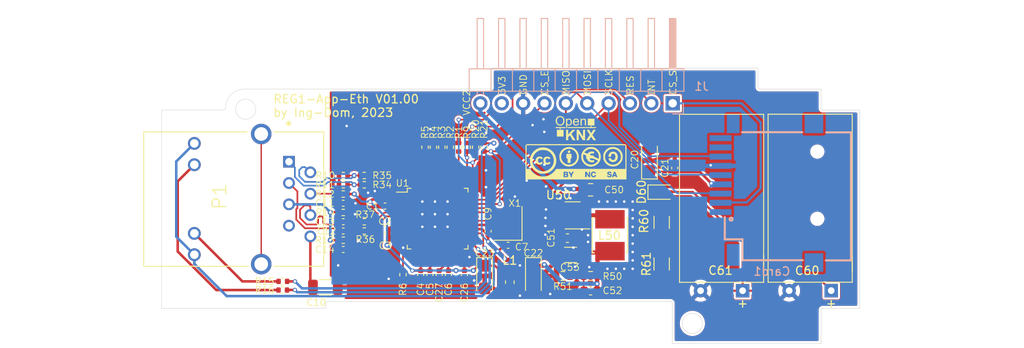
<source format=kicad_pcb>
(kicad_pcb (version 20240108) (generator "pcbnew") (generator_version "8.0")
  (title_block (date "2023-11-07") (rev "V01.00"))
  (layers (0 "F.Cu" signal) (31 "B.Cu" signal) (34 "B.Paste" user) (35 "F.Paste" user) (36 "B.SilkS" user "B.Silkscreen") (37 "F.SilkS" user "F.Silkscreen") (38 "B.Mask" user) (39 "F.Mask" user) (44 "Edge.Cuts" user))
  (net 0 "")
  (net 1 "Net-(U1-1V2O)")
  (net 2 "Net-(U1-TOCAP)")
  (net 3 "Net-(U50-SW)")
  (net 4 "Net-(U50-BOOT)")
  (net 5 "Net-(U50-FB)")
  (net 6 "Net-(D60-A)")
  (net 10 "GNDS")
  (net 11 "+3V3")
  (net 12 "+3.3VA")
  (net 13 "GND")
  (net 14 "ACTLED")
  (net 15 "LINKLED")
  (net 16 "Net-(R1-Pad1)")
  (net 17 "Net-(R2-Pad1)")
  (net 18 "Net-(R3-Pad1)")
  (net 19 "Net-(R4-Pad1)")
  (net 21 "RXP")
  (net 22 "RXN")
  (net 23 "TXP")
  (net 24 "TXN")
  (net 25 "Net-(C11-Pad1)")
  (net 26 "Net-(C14-Pad1)")
  (net 27 "Net-(U1-EXRES1)")
  (net 29 "Net-(P1-Pad11)")
  (net 30 "Net-(P1-Pad10)")
  (net 31 "Net-(R5-Pad1)")
  (net 32 "SCSn")
  (net 33 "MISO")
  (net 34 "MOSI")
  (net 35 "SCLK")
  (net 36 "INT")
  (net 37 "XI")
  (net 38 "XO")
  (net 39 "RES")
  (net 40 "SCS_SD")
  (net 41 "/RD1+")
  (net 42 "/RD+")
  (net 43 "/RD1-")
  (net 44 "/RD-")
  (net 45 "/TD-")
  (net 46 "/TD+")
  (net 47 "Net-(C10-Pad1)")
  (net 48 "VCC2")
  (net 51 "unconnected-(U1-PMODE1-Pad44)")
  (net 58 "Net-(R60-Pad2)")
  (footprint "DomsKiCADLib:HANRUN_HR911105A" (layer "F.Cu") (at 80.8 105.7 90)
    (property "Reference" "P1")
    (property "Value" "HR911105A")
  )
  (footprint "Package_QFP:LQFP-48_7x7mm_P0.5mm" (layer "F.Cu") (at 102.82 108.03)
    (property "Reference" "U1")
    (property "Value" "W5500")
  )
  (footprint "Resistor_SMD:R_0402_1005Metric" (layer "F.Cu") (at 105.32 99.53 90)
    (property "Reference" "R1")
    (property "Value" "10k")
  )
  (footprint "Resistor_SMD:R_0402_1005Metric" (layer "F.Cu") (at 106.33 99.53 90)
    (property "Reference" "R9")
    (property "Value" "10k")
  )
  (footprint "Resistor_SMD:R_0402_1005Metric" (layer "F.Cu") (at 104.32 99.53 90)
    (property "Reference" "R2")
    (property "Value" "10k")
  )
  (footprint "Resistor_SMD:R_0402_1005Metric" (layer "F.Cu") (at 101.32 99.53 90)
    (property "Reference" "R5")
    (property "Value" "10k")
  )
  (footprint "Capacitor_SMD:C_0402_1005Metric" (layer "F.Cu") (at 91.6 111.7)
    (property "Reference" "C14")
    (property "Value" "10nF")
  )
  (footprint "Capacitor_SMD:C_0402_1005Metric" (layer "F.Cu") (at 91.6 108.4)
    (property "Reference" "C13")
    (property "Value" "6.8nF")
  )
  (footprint "Capacitor_SMD:C_0402_1005Metric" (layer "F.Cu") (at 91.6 109.5)
    (property "Reference" "C12")
    (property "Value" "6.8nF")
  )
  (footprint "Resistor_SMD:R_0402_1005Metric" (layer "F.Cu") (at 91.6 110.6 180)
    (property "Reference" "R13")
    (property "Value" "49.9 1%")
  )
  (footprint "Resistor_SMD:R_0402_1005Metric" (layer "F.Cu") (at 94.1 104)
    (property "Reference" "R34")
    (property "Value" "33")
  )
  (footprint "Resistor_SMD:R_0402_1005Metric" (layer "F.Cu") (at 91.6 105.1 180)
    (property "Reference" "R12")
    (property "Value" "10 1%")
  )
  (footprint "Inductor_SMD:L_0603_1608Metric" (layer "F.Cu") (at 111.4 115.6 -90)
    (property "Reference" "L1")
    (property "Value" "BLM18EG121SN1D")
  )
  (footprint "Resistor_SMD:R_0402_1005Metric" (layer "F.Cu") (at 84.41 116.53)
    (property "Reference" "R16")
    (property "Value" "330")
  )
  (footprint "Resistor_SMD:R_0402_1005Metric" (layer "F.Cu") (at 84.42 115.5)
    (property "Reference" "R15")
    (property "Value" "330")
  )
  (footprint "Resistor_SMD:R_0402_1005Metric" (layer "F.Cu") (at 91.6 104)
    (property "Reference" "R11")
    (property "Value" "49.9 1%")
  )
  (footprint "Capacitor_SMD:C_0402_1005Metric" (layer "F.Cu") (at 96.57 106.53 180)
    (property "Reference" "C1")
    (property "Value" "100nF")
  )
  (footprint "Capacitor_SMD:C_0402_1005Metric" (layer "F.Cu") (at 96.57 109.28 180)
    (property "Reference" "C2")
    (property "Value" "100nF")
  )
  (footprint "Capacitor_SMD:C_0402_1005Metric" (layer "F.Cu") (at 96.57 110.28 180)
    (property "Reference" "C3")
    (property "Value" "100nF")
  )
  (footprint "Capacitor_SMD:C_0402_1005Metric" (layer "F.Cu") (at 100.8 114.7 -90)
    (property "Reference" "C4")
    (property "Value" "100nF")
  )
  (footprint "Capacitor_SMD:C_0402_1005Metric" (layer "F.Cu") (at 101.9 114.7 -90)
    (property "Reference" "C5")
    (property "Value" "100nF")
  )
  (footprint "Capacitor_SMD:C_0402_1005Metric" (layer "F.Cu") (at 104.1 114.7 -90)
    (property "Reference" "C6")
    (property "Value" "100nF")
  )
  (footprint "Capacitor_Tantalum_SMD:CP_EIA-3216-18_Kemet-A" (layer "F.Cu") (at 108.4 114.98 -90)
    (property "Reference" "C23")
    (property "Value" "10uF")
  )
  (footprint "Capacitor_SMD:C_0402_1005Metric" (layer "F.Cu") (at 103 114.7 -90)
    (property "Reference" "C27")
    (property "Value" "10nF")
  )
  (footprint "Resistor_SMD:R_0402_1005Metric" (layer "F.Cu") (at 107.34 99.53 -90)
    (property "Reference" "R20")
    (property "Value" "10k")
  )
  (footprint "Resistor_SMD:R_0402_1005Metric" (layer "F.Cu") (at 108.35 99.53 -90)
    (property "Reference" "R21")
    (property "Value" "10k")
  )
  (footprint "Capacitor_Tantalum_SMD:CP_EIA-3216-18_Kemet-A" (layer "F.Cu") (at 114.2 114.98 -90)
    (property "Reference" "C22")
    (property "Value" "10uF")
  )
  (footprint "Resistor_SMD:R_0402_1005Metric" (layer "F.Cu") (at 102.32 99.53 90)
    (property "Reference" "R4")
    (property "Value" "10k")
  )
  (footprint "Resistor_SMD:R_0402_1005Metric" (layer "F.Cu") (at 103.32 99.53 90)
    (property "Reference" "R3")
    (property "Value" "10k")
  )
  (footprint "Capacitor_SMD:C_0402_1005Metric" (layer "F.Cu") (at 108.82 109.53 90)
    (property "Reference" "C9")
    (property "Value" "100nF")
  )
  (footprint "Resistor_SMD:R_0402_1005Metric" (layer "F.Cu") (at 91.6 107.3 180)
    (property "Reference" "R14")
    (property "Value" "49.9 1%")
  )
  (footprint "Resistor_SMD:R_0402_1005Metric" (layer "F.Cu") (at 94.1 108.4)
    (property "Reference" "R37")
    (property "Value" "33")
  )
  (footprint "Resistor_SMD:R_0402_1005Metric" (layer "F.Cu") (at 94.1 109.5)
    (property "Reference" "R36")
    (property "Value" "33")
  )
  (footprint "Resistor_SMD:R_0402_1005Metric" (layer "F.Cu") (at 91.6 102.9)
    (property "Reference" "R10")
    (property "Value" "49.9 1%")
  )
  (footprint "Capacitor_SMD:C_0402_1005Metric" (layer "F.Cu") (at 91.6 106.2)
    (property "Reference" "C11")
    (property "Value" "22nF")
  )
  (footprint "Resistor_SMD:R_0402_1005Metric" (layer "F.Cu") (at 94.1 102.9)
    (property "Reference" "R35")
    (property "Value" "33")
  )
  (footprint "Resistor_SMD:R_0402_1005Metric" (layer "F.Cu") (at 98.7 114.7 -90)
    (property "Reference" "R6")
    (property "Value" "12.4k 1%")
  )
  (footprint "Capacitor_SMD:C_1206_3216Metric" (layer "F.Cu") (at 89.475 116.2)
    (property "Reference" "C10")
    (property "Value" "1nF / 2kV")
  )
  (footprint "Capacitor_SMD:C_0805_2012Metric" (layer "F.Cu") (at 121 104.6)
    (property "Reference" "C50")
    (property "Value" "1uF")
  )
  (footprint "Capacitor_SMD:C_1206_3216Metric" (layer "F.Cu") (at 118.62 112.35 180)
    (property "Reference" "C53")
    (property "Value" "47uF")
  )
  (footprint "EasyEDAModLib:C96886_IND-SMD_L4.0-W4.0_Handsolder" (layer "F.Cu") (at 123.3 110 90)
    (property "Reference" "L50")
    (property "Value" "12uH")
  )
  (footprint "Package_TO_SOT_SMD:SOT-23-6_Handsoldering" (layer "F.Cu") (at 118.87 107.64 180)
    (property "Reference" "U50")
    (property "Value" "TPS54202DDC")
  )
  (footprint "Capacitor_SMD:C_0402_1005Metric" (layer "F.Cu") (at 106 114.7 90)
    (property "Reference" "C26")
    (property "Value" "10nF")
  )
  (footprint "Capacitor_SMD:C_0603_1608Metric" (layer "F.Cu") (at 118.25 110.35)
    (property "Reference" "C51")
    (property "Value" "100nF")
  )
  (footprint "Capacitor_SMD:C_0603_1608Metric" (layer "F.Cu") (at 121 116.6 180)
    (property "Reference" "C52")
    (property "Value" "47pF")
  )
  (footprint "Resistor_SMD:R_0603_1608Metric" (layer "F.Cu") (at 121 114.85 180)
    (property "Reference" "R50")
    (property "Value" "100k")
  )
  (footprint "Resistor_SMD:R_0603_1608Metric" (layer "F.Cu") (at 117.71 114.85 180)
    (property "Reference" "R51")
    (property "Value" "22k1")
  )
  (footprint "DomsKiCADLib:CP_Radial_D10.0mm_H20.0mm_P5.00mm_Horizontal" (layer "F.Cu") (at 149.6 116.6 180)
    (property "Reference" "C60")
    (property "Value" "CP")
  )
  (footprint "DomsKiCADLib:CP_Radial_D10.0mm_H20.0mm_P5.00mm_Horizontal" (layer "F.Cu") (at 139.07 116.61 180)
    (property "Reference" "C61")
    (property "Value" "CP")
  )
  (footprint "Diode_SMD:D_SOD-323" (layer "F.Cu") (at 129.425 104.875)
    (property "Reference" "D60")
    (property "Value" "D_Schottky")
  )
  (footprint "Resistor_SMD:R_1206_3216Metric" (layer "F.Cu") (at 129.45 108.475 -90)
    (property "Reference" "R60")
    (property "Value" "300R")
  )
  (footprint "Resistor_SMD:R_1206_3216Metric" (layer "F.Cu") (at 129.45 113.425 90)
    (property "Reference" "R61")
    (property "Value" "300R")
  )
  (footprint "Capacitor_Tantalum_SMD:CP_EIA-3216-18_Kemet-A" (layer "F.Cu") (at 128 101 90)
    (property "Reference" "C20")
    (property "Value" "10uF")
  )
  (footprint "Capacitor_SMD:C_0402_1005Metric" (layer "F.Cu") (at 131 102 90)
    (property "Reference" "C21")
    (property "Value" "100nF")
  )
  (footprint "OpenKNX:OpenKNX_Logo_6x6" (layer "F.Cu") (at 119.25 97.25)
    (property "Reference" "G2")
    (property "Value" "LOGO" (hide yes))
  )
  (footprint "OpenKNX:CC-BY-NY-SA_12x4" (layer "F.Cu") (at 119.25 101.25)
    (property "Reference" "G1")
    (property "Value" "LOGO" (hide yes))
  )
  (footprint "Crystal:Crystal_SMD_3225-4Pin_3.2x2.5mm" (layer "F.Cu") (at 111.2 108.6 90)
    (property "Reference" "X1")
    (property "Value" "25MHz")
  )
  (footprint "Capacitor_SMD:C_0402_1005Metric" (layer "F.Cu") (at 111.2 111.2)
    (property "Reference" "C7")
    (property "Value" "100nF")
  )
  (footprint "Connector_PinHeader_2.54mm:PinHeader_1x10_P2.54mm_Horizontal" (layer "B.Cu") (at 130.76 94.3 90)
    (property "Reference" "J1")
    (property "Value" "REG1_App_Connector")
  )
  (footprint "EasyEDAModLib:C393941_TF-SMD_TF-PUSH_Handsolder" (layer "B.Cu") (at 142.25 105 -90)
    (property "Reference" "Card1")
    (property "Value" "C393941_TF PUSH")
  )
  (gr_line (start 89.5 118.7) (end 70 118.7) (stroke (width 0.05)) (layer "Edge.Cuts"))
  (gr_circle (center 80 95) (end 81.2 95) (stroke (width 0.05)) (fill none) (layer "Edge.Cuts"))
  (gr_arc (start 77.6 94.9) (mid 78.273654 93.273654) (end 79.9 92.6) (stroke (width 0.05)) (layer "Edge.Cuts"))
  (gr_arc (start 89.5 118.1) (mid 89.558579 117.958579) (end 89.7 117.9) (stroke (width 0.05)) (layer "Edge.Cuts"))
  (gr_line (start 148.4 118.9) (end 148.4 122.9) (stroke (width 0.05)) (layer "Edge.Cuts"))
  (gr_arc (start 141.1 92.6) (mid 140.958579 92.541421) (end 140.9 92.4) (stroke (width 0.05)) (layer "Edge.Cuts"))
  (gr_circle (center 133.1 120.5) (end 133.1 121.7) (stroke (width 0.05)) (fill none) (layer "Edge.Cuts"))
  (gr_line (start 109.2 90.1) (end 140.9 90.1) (stroke (width 0.05)) (layer "Edge.Cuts"))
  (gr_arc (start 130.5 117.9) (mid 130.641421 117.958579) (end 130.7 118.1) (stroke (width 0.05)) (layer "Edge.Cuts"))
  (gr_line (start 141.1 92.6) (end 148.4 92.6) (stroke (width 0.05)) (layer "Edge.Cuts"))
  (gr_line (start 70 95.1) (end 77.4 95.091005) (stroke (width 0.05)) (layer "Edge.Cuts"))
  (gr_arc (start 148.6 95.1) (mid 148.458579 95.041421) (end 148.4 94.9) (stroke (width 0.05)) (layer "Edge.Cuts"))
  (gr_line (start 109 92.6) (end 79.9 92.6) (stroke (width 0.05)) (layer "Edge.Cuts"))
  (gr_line (start 148.4 94.9) (end 148.4 92.6) (stroke (width 0.05)) (layer "Edge.Cuts"))
  (gr_line (start 130.7 122.9) (end 130.7 118.1) (stroke (width 0.05)) (layer "Edge.Cuts"))
  (gr_line (start 89.5 118.7) (end 89.5 118.1) (stroke (width 0.05)) (layer "Edge.Cuts"))
  (gr_line (start 109.2 90.1) (end 109.2 92.4) (stroke (width 0.05)) (layer "Edge.Cuts"))
  (gr_line (start 153 95.1) (end 148.6 95.1) (stroke (width 0.05)) (layer "Edge.Cuts"))
  (gr_line (start 130.5 117.9) (end 89.7 117.9) (stroke (width 0.05)) (layer "Edge.Cuts"))
  (gr_line (start 70 95.1) (end 70 118.7) (stroke (width 0.05)) (layer "Edge.Cuts"))
  (gr_arc (start 148.4 118.9) (mid 148.458579 118.758579) (end 148.6 118.7) (stroke (width 0.05)) (layer "Edge.Cuts"))
  (gr_arc (start 77.591005 94.9) (mid 77.535061 95.035061) (end 77.4 95.091005) (stroke (width 0.05)) (layer "Edge.Cuts"))
  (gr_arc (start 109.2 92.4) (mid 109.141421 92.541421) (end 109 92.6) (stroke (width 0.05)) (layer "Edge.Cuts"))
  (gr_line (start 153 95.1) (end 153 118.7) (stroke (width 0.05)) (layer "Edge.Cuts"))
  (gr_line (start 148.4 122.9) (end 130.7 122.9) (stroke (width 0.05)) (layer "Edge.Cuts"))
  (gr_line (start 140.9 90.1) (end 140.9 92.4) (stroke (width 0.05)) (layer "Edge.Cuts"))
  (gr_line (start 153 118.7) (end 148.6 118.7) (stroke (width 0.05)) (layer "Edge.Cuts"))
  (gr_text "REG1-App-Eth V01.00\nby Ing-Dom, 2023" (at 83.2 94.6 0) (layer "F.SilkS") (effects (font (size 1 1)) (justify left)))
  (gr_text "3V3" (at 110.475 93.335 90) (layer "F.SilkS") (effects (font (size 0.8 0.8) (thickness 0.1)) (justify left)))
  (gr_text "GND" (at 113.015 93.335 90) (layer "F.SilkS") (effects (font (size 0.8 0.8) (thickness 0.1)) (justify left)))
  (gr_text "CS_E" (at 115.555 93.335 90) (layer "F.SilkS") (effects (font (size 0.8 0.8) (thickness 0.1)) (justify left)))
  (gr_text "MISO" (at 118.095 93.335 90) (layer "F.SilkS") (effects (font (size 0.8 0.8) (thickness 0.1)) (justify left)))
  (gr_text "MOSI" (at 120.635 93.335 90) (layer "F.SilkS") (effects (font (size 0.8 0.8) (thickness 0.1)) (justify left)))
  (gr_text "SCLK" (at 123.175 93.335 90) (layer "F.SilkS") (effects (font (size 0.8 0.8) (thickness 0.1)) (justify left)))
  (gr_text "RES" (at 125.715 93.335 90) (layer "F.SilkS") (effects (font (size 0.8 0.8) (thickness 0.1)) (justify left)))
  (gr_text "INT" (at 128.255 93.335 90) (layer "F.SilkS") (effects (font (size 0.8 0.8) (thickness 0.1)) (justify left)))
  (gr_text "CS_S" (at 130.795 93.335 90) (layer "F.SilkS") (effects (font (size 0.8 0.8) (thickness 0.1)) (justify left)))
  (gr_text "VCC2" (at 106.275 95.825 90) (layer "F.SilkS") (effects (font (size 0.8 0.8) (thickness 0.1)) (justify left)))
  (segment (start 104.965 113.5) (end 105.7 113.5) (width 0.25) (layer "F.Cu") (net 1))
  (segment (start 105.7 113.5) (end 106 113.8) (width 0.25) (layer "F.Cu") (net 1))
  (segment (start 104.57 112.1925) (end 104.57 113.105) (width 0.25) (layer "F.Cu") (net 1))
  (segment (start 106 113.8) (end 106 114.215) (width 0.25) (layer "F.Cu") (net 1))
  (segment (start 104.57 113.105) (end 104.965 113.5) (width 0.25) (layer "F.Cu") (net 1))
  (segment (start 103.57 112.1925) (end 103.57 113.645) (width 0.25) (layer "F.Cu") (net 2))
  (segment (start 103.57 113.645) (end 103 114.215) (width 0.25) (layer "F.Cu") (net 2))
  (segment (start 119.11001 110.26499) (end 119.025 110.35) (width 0.2) (layer "F.Cu") (net 3))
  (segment (start 119.06 107.78) (end 119.06 110.315) (width 0.16) (layer "F.Cu") (net 3))
  (segment (start 119.06 110.315) (end 119.025 110.35) (width 0.16) (layer "F.Cu") (net 3))
  (segment (start 119.2 107.64) (end 119.06 107.78) (width 0.16) (layer "F.Cu") (net 3))
  (segment (start 119.97 107.64) (end 122.8675 107.64) (width 0.5) (layer "F.Cu") (net 3))
  (segment (start 122.8675 107.64) (end 123.01 107.7825) (width 0.5) (layer "F.Cu") (net 3))
  (segment (start 120.22 107.64) (end 119.2 107.64) (width 0.16) (layer "F.Cu") (net 3))
  (segment (start 117.475 110.125) (end 117.77 109.83) (width 0.2) (layer "F.Cu") (net 4))
  (segment (start 117.77 109.83) (end 117.77 108.59) (width 0.2) (layer "F.Cu") (net 4))
  (segment (start 117.475 110.35) (end 117.475 110.125) (width 0.2) (layer "F.Cu") (net 4))
  (segment (start 118.5 106.69) (end 118.72 106.91) (width 0.2) (layer "F.Cu") (net 5))
  (segment (start 118.315 114.63) (end 118.535 114.85) (width 0.2) (layer "F.Cu") (net 5))
  (segment (start 120.175 114.85) (end 120.175 116.55) (width 0.2) (layer "F.Cu") (net 5))
  (segment (start 118.315 109.899106) (end 118.315 114.63) (width 0.2) (layer "F.Cu") (net 5))
  (segment (start 120.175 116.55) (end 120.225 116.6) (width 0.2) (layer "F.Cu") (net 5))
  (segment (start 120.175 114.85) (end 118.535 114.85) (width 0.2) (layer "F.Cu") (net 5))
  (segment (start 118.72 109.494106) (end 118.315 109.899106) (width 0.2) (layer "F.Cu") (net 5))
  (segment (start 117.52 106.69) (end 118.5 106.69) (width 0.2) (layer "F.Cu") (net 5))
  (segment (start 118.72 106.91) (end 118.72 109.494106) (width 0.2) (layer "F.Cu") (net 5))
  (segment (start 148 115) (end 149.6 116.6) (width 0.25) (layer "F.Cu") (net 6))
  (segment (start 142.9 115) (end 148 115) (width 0.25) (layer "F.Cu") (net 6))
  (segment (start 139.07 110.77) (end 133.15 104.85) (width 0.25) (layer "F.Cu") (net 6))
  (segment (start 130.5 104.85) (end 130.475 104.875) (width 0.25) (layer "F.Cu") (net 6))
  (segment (start 135.7875 114.8875) (end 129.45 114.8875) (width 0.25) (layer "F.Cu") (net 6))
  (segment (start 139.07 116.61) (end 139.07 110.77) (width 0.25) (layer "F.Cu") (net 6))
  (segment (start 141.29 116.61) (end 142.9 115) (width 0.25) (layer "F.Cu") (net 6))
  (segment (start 139.07 116.61) (end 141.29 116.61) (width 0.25) (layer "F.Cu") (net 6))
  (segment (start 139.07 116.61) (end 137.51 116.61) (width 0.25) (layer "F.Cu") (net 6))
  (segment (start 133.15 104.85) (end 130.5 104.85) (width 0.25) (layer "F.Cu") (net 6))
  (segment (start 137.51 116.61) (end 135.7875 114.8875) (width 0.25) (layer "F.Cu") (net 6))
  (segment (start 81.85 97.955) (end 81.85 113.445) (width 0.16) (layer "F.Cu") (net 10))
  (segment (start 108.8175 110.0125) (end 108.82 110.015) (width 0.3) (layer "F.Cu") (net 11))
  (segment (start 121.775 115.775) (end 121.775 114.9) (width 0.5) (layer "F.Cu") (net 11))
  (segment (start 108.82 110.015) (end 108.82 110.7675) (width 0.3) (layer "F.Cu") (net 11))
  (segment (start 110.02 111.9) (end 110.72 111.2) (width 0.3) (layer "F.Cu") (net 11))
  (segment (start 119.247198 102.35) (end 128 102.35) (width 0.3) (layer "F.Cu") (net 11))
  (segment (start 106.9825 109.28) (end 108.085 109.28) (width 0.3) (layer "F.Cu") (net 11))
  (segment (start 107.34 99.045) (end 106.33 99.045) (width 0.2) (layer "F.Cu") (net 11))
  (segment (start 121.825 112.825) (end 121.825 112.665) (width 0.5) (layer "F.Cu") (net 11))
  (segment (start 115.37 113.63) (end 115.5 113.5) (width 0.5) (layer "F.Cu") (net 11))
  (segment (start 114.2 113.63) (end 114.2 107.397198) (width 0.3) (layer "F.Cu") (net 11))
  (segment (start 114.2 107.397198) (end 119.247198 102.35) (width 0.3) (layer "F.Cu") (net 11))
  (segment (start 109.9475 111.9) (end 108.8175 110.77) (width 0.5) (layer "F.Cu") (net 11))
  (segment (start 120.3875 112.0575) (end 120.095 112.35) (width 0.5) (layer "F.Cu") (net 11))
  (segment (start 131 102.485) (end 128.135 102.485) (width 0.3) (layer "F.Cu") (net 11))
  (segment (start 132.975 102.485) (end 134.01 102.485) (width 0.3) (layer "F.Cu") (net 11))
  (segment (start 121.775 116.6) (end 121.775 115.775) (width 0.5) (layer "F.Cu") (net 11))
  (segment (start 123.01 112.0575) (end 120.3875 112.0575) (width 0.5) (layer "F.Cu") (net 11))
  (segment (start 131 102.485) (end 132.975 102.485) (width 0.3) (layer "F.Cu") (net 11))
  (segment (start 128.135 102.485) (end 128 102.35) (width 0.3) (layer "F.Cu") (net 11))
  (segment (start 113.51 112.94) (end 110.9875 112.94) (width 0.5) (layer "F.Cu") (net 11))
  (segment (start 110.9875 112.94) (end 109.9475 111.9) (width 0.5) (layer "F.Cu") (net 11))
  (segment (start 121.825 114.85) (end 121.825 112.825) (width 0.5) (layer "F.Cu") (net 11))
  (segment (start 114.2 113.63) (end 114.17 113.63) (width 0.5) (layer "F.Cu") (net 11))
  (segment (start 121.775 114.9) (end 121.825 114.85) (width 0.5) (layer "F.Cu") (net 11))
  (segment (start 108.085 109.28) (end 108.8175 110.0125) (width 0.3) (layer "F.Cu") (net 11))
  (segment (start 113.0175 114.8125) (end 114.2 113.63) (width 0.5) (layer "F.Cu") (net 11))
  (segment (start 109.5 99.045) (end 108.35 99.045) (width 0.2) (layer "F.Cu") (net 11))
  (segment (start 109.9475 111.9) (end 110.02 111.9) (width 0.3) (layer "F.Cu") (net 11))
  (segment (start 111.4 114.8125) (end 113.0175 114.8125) (width 0.5) (layer "F.Cu") (net 11))
  (segment (start 110.72 111.2) (end 110.72 110.07) (width 0.3) (layer "F.Cu") (net 11))
  (segment (start 108.82 110.7675) (end 108.8175 110.77) (width 0.3) (layer "F.Cu") (net 11))
  (segment (start 114.2 113.63) (end 115.37 113.63) (width 0.5) (layer "F.Cu") (net 11))
  (segment (start 110.72 110.07) (end 110.35 109.7) (width 0.3) (layer "F.Cu") (net 11))
  (segment (start 114.2 113.63) (end 113.51 112.94) (width 0.5) (layer "F.Cu") (net 11))
  (segment (start 134.01 102.485) (end 135.35 103.825) (width 0.3) (layer "F.Cu") (net 11))
  (segment (start 108.35 99.045) (end 107.34 99.045) (width 0.2) (layer "F.Cu") (net 11))
  (via (at 135.35 103.825) (size 0.5) (drill 0.3) (layers "F.Cu" "B.Cu") (net 11))
  (via (at 109.5 99.045) (size 0.6) (drill 0.3) (layers "F.Cu" "B.Cu") (net 11))
  (via (at 109.9475 111.9) (size 0.5) (drill 0.3) (layers "F.Cu" "B.Cu") (net 11))
  (via (at 110.8 112.8) (size 0.5) (drill 0.3) (layers "F.Cu" "B.Cu") (net 11))
  (via (at 121.775 115.775) (size 0.6) (drill 0.3) (layers "F.Cu" "B.Cu") (net 11))
  (via (at 108.8175 110.77) (size 0.5) (drill 0.3) (layers "F.Cu" "B.Cu") (net 11))
  (via (at 115.5 113.5) (size 0.6) (drill 0.3) (layers "F.Cu" "B.Cu") (net 11))
  (segment (start 109.9475 111.9) (end 109.9475 111.9) (width 0.5) (layer "B.Cu") (net 11))
  (segment (start 109.42375 111.37625) (end 109.9475 111.9) (width 0.5) (layer "B.Cu") (net 11))
  (segment (start 73.9 112.325) (end 73.9 113.406873) (width 0.3) (layer "B.Cu") (net 11))
  (segment (start 77.743126 117.25) (end 108.100538 117.25) (width 0.3) (layer "B.Cu") (net 11))
  (segment (start 73.9 112.325) (end 71.75 110.175) (width 0.3) (layer "B.Cu") (net 11))
  (segment (start 121.775 115.775) (end 117.775 115.775) (width 0.5) (layer "B.Cu") (net 11))
  (segment (start 108.059999 110.012499) (end 108.8175 110.77) (width 0.2) (layer "B.Cu") (net 11))
  (segment (start 117.775 115.775) (end 115.5 113.5) (width 0.5) (layer "B.Cu") (net 11))
  (segment (start 109.5 99.045) (end 109.075736 99.045) (width 0.2) (layer "B.Cu") (net 11))
  (segment (start 109.46001 115.890528) (end 109.46001 112.38749) (width 0.3) (layer "B.Cu") (net 11))
  (segment (start 73.9 113.406873) (end 77.743126 117.25) (width 0.3) (layer "B.Cu") (net 11))
  (segment (start 109.46001 112.38749) (end 109.9475 111.9) (width 0.3) (layer "B.Cu") (net 11))
  (segment (start 109.9475 111.9475) (end 110.8 112.8) (width 0.5) (layer "B.Cu") (net 11))
  (segment (start 135.425 103.9) (end 135.35 103.825) (width 0.25) (layer "B.Cu") (net 11))
  (segment (start 108.100538 117.25) (end 109.46001 115.890528) (width 0.3) (layer "B.Cu") (net 11))
  (segment (start 108.8175 110.77) (end 109.42375 111.37625) (width 0.5) (layer "B.Cu") (net 11))
  (segment (start 109.9475 111.9) (end 109.9475 111.9475) (width 0.5) (layer "B.Cu") (net 11))
  (segment (start 108.059999 100.060737) (end 108.059999 110.012499) (width 0.2) (layer "B.Cu") (net 11))
  (segment (start 71.75 101.225) (end 73.9 99.075) (width 0.3) (layer "B.Cu") (net 11))
  (segment (start 71.75 110.175) (end 71.75 101.225) (width 0.3) (layer "B.Cu") (net 11))
  (segment (start 109.075736 99.045) (end 108.059999 100.060737) (width 0.2) (layer "B.Cu") (net 11))
  (segment (start 136.95 103.9) (end 135.425 103.9) (width 0.25) (layer "B.Cu") (net 11))
  (segment (start 92.91 105.1) (end 92.92 105.1) (width 0.3) (layer "F.Cu") (net 12))
  (segment (start 99.815 114.215) (end 99.815 114.215) (width 0.3) (layer "F.Cu") (net 12))
  (segment (start 97.0625 106.5375) (end 97.055 106.53) (width 0.3) (layer "F.Cu") (net 12))
  (segment (start 104.1 114.215) (end 104.1 114.215) (width 0.25) (layer "F.Cu") (net 12))
  (segment (start 97.055 109.28) (end 97.055 110.28) (width 0.3) (layer "F.Cu") (net 12))
  (segment (start 97.555 108.78) (end 97.055 109.28) (width 0.3) (layer "F.Cu") (net 12))
  (segment (start 105 114.2) (end 104.115 114.2) (width 0.25) (layer "F.Cu") (net 12))
  (segment (start 91.115 104.13) (end 92.085 105.1) (width 0.3) (layer "F.Cu") (net 12))
  (segment (start 97.305 106.78) (end 97.0625 106.5375) (width 0.3) (layer "F.Cu") (net 12))
  (segment (start 101.9 114.215) (end 100.8 114.215) (width 0.3) (layer "F.Cu") (net 12))
  (segment (start 104.07 112.1925) (end 104.07 114.185) (width 0.25) (layer "F.Cu") (net 12))
  (segment (start 97.055 110.955) (end 96.76 111.25) (width 0.3) (layer "F.Cu") (net 12))
  (segment (start 107.64 113.63) (end 107.06 114.21) (width 0.25) (layer "F.Cu") (net 12))
  (segment (start 102.07 112.1925) (end 102.07 113.33) (width 0.25) (layer "F.Cu") (net 12))
  (segment (start 111.4 116.3875) (end 110.3875 116.3875) (width 0.25) (layer "F.Cu") (net 12))
  (segment (start 97.055 110.28) (end 97.055 110.955) (width 0.3) (layer "F.Cu") (net 12))
  (segment (start 98.6575 110.28) (end 97.055 110.28) (width 0.3) (layer "F.Cu") (net 12))
  (segment (start 104.07 114.185) (end 104.1 114.215) (width 0.25) (layer "F.Cu") (net 12))
  (segment (start 101.9 114.215) (end 101.9 113.82) (width 0.25) (layer "F.Cu") (net 12))
  (segment (start 104.115 114.2) (end 104.1 114.215) (width 0.25) (layer "F.Cu") (net 12))
  (segment (start 101.07 113.55) (end 101.07 113.27) (width 0.25) (layer "F.Cu") (net 12))
  (segment (start 91.115 102.9) (end 91.115 104) (width 0.3) (layer "F.Cu") (net 12))
  (segment (start 91.115 104) (end 91.115 104.13) (width 0.3) (layer "F.Cu") (net 12))
  (segment (start 108.87 113.63) (end 107.64 113.63) (width 0.25) (layer "F.Cu") (net 12))
  (segment (start 102.07 113.65) (end 102.07 113.33) (width 0.25) (layer "F.Cu") (net 12))
  (segment (start 98.6575 106.78) (end 97.305 106.78) (width 0.3) (layer "F.Cu") (net 12))
  (segment (start 100.8 114.215) (end 99.815 114.215) (width 0.3) (layer "F.Cu") (net 12))
  (segment (start 108.4 113.63) (end 109.63 113.63) (width 0.25) (layer "F.Cu") (net 12))
  (segment (start 100.8 113.82) (end 101.07 113.55) (width 0.25) (layer "F.Cu") (net 12))
  (segment (start 101.07 112.1925) (end 101.07 113.27) (width 0.25) (layer "F.Cu") (net 12))
  (segment (start 94.8 106) (end 95.049999 105.750001) (width 0.3) (layer "F.Cu") (net 12))
  (segment (start 101.9 113.82) (end 102.07 113.65) (width 0.25) (layer "F.Cu") (net 12))
  (segment (start 110.3875 116.3875) (end 110 116) (width 0.25) (layer "F.Cu") (net 12))
  (segment (start 109.63 113.63) (end 110 114) (width 0.25) (layer "F.Cu") (net 12))
  (segment (start 95.049999 105.750001) (end 96.275001 105.750001) (width 0.3) (layer "F.Cu") (net 12))
  (segment (start 100.8 114.215) (end 100.8 113.82) (width 0.25) (layer "F.Cu") (net 12))
  (segment (start 98.6575 108.78) (end 97.555 108.78) (width 0.3) (layer "F.Cu") (net 12))
  (segment (start 110 114) (end 110 116) (width 0.25) (layer "F.Cu") (net 12))
  (segment (start 92.085 105.1) (end 92.91 105.1) (width 0.3) (layer "F.Cu") (net 12))
  (segment (start 96.275001 105.750001) (end 97.055 106.53) (width 0.3) (layer "F.Cu") (net 12))
  (via (at 99.815 114.215) (size 0.5) (drill 0.3) (layers "F.Cu" "B.Cu") (net 12))
  (via (at 105 114.2) (size 0.6) (drill 0.3) (layers "F.Cu" "B.Cu") (net 12))
  (via (at 92.91 105.1) (size 0.6) (drill 0.3) (layers "F.Cu" "B.Cu") (net 12))
  (via (at 94.8 106) (size 0.5) (drill 0.3) (layers "F.Cu" "B.Cu") (net 12))
  (via (at 96.8 111.2) (size 0.6) (drill 0.3) (layers "F.Cu" "B.Cu") (net 12))
  (via (at 107.06 114.21) (size 0.6) (drill 0.3) (layers "F.Cu" "B.Cu") (net 12))
  (segment (start 105 114.2) (end 99.83 114.2) (width 0.25) (layer "B.Cu") (net 12))
  (segment (start 99.83 114.2) (end 99.815 114.215) (width 0.25) (layer "B.Cu") (net 12))
  (segment (start 93.81 106) (end 92.91 105.1) (width 0.25) (layer "B.Cu") (net 12))
  (segment (start 99.815 114.215) (end 96.8 111.2) (width 0.25) (layer "B.Cu") (net 12))
  (segment (start 94.8 106) (end 93.81 106) (width 0.25) (layer "B.Cu") (net 12))
  (segment (start 105.01 114.21) (end 105 114.2) (width 0.25) (layer "B.Cu") (net 12))
  (segment (start 107.06 114.21) (end 105.01 114.21) (width 0.25) (layer "B.Cu") (net 12))
  (segment (start 96.8 108) (end 94.8 106) (width 0.25) (layer "B.Cu") (net 12))
  (segment (start 96.8 111.2) (end 96.8 108) (width 0.25) (layer "B.Cu") (net 12))
  (segment (start 119.97 109.32) (end 119.97 110.07) (width 0.5) (layer "F.Cu") (net 13))
  (segment (start 120.25 110.35) (end 120.25 110.35) (width 0.5) (layer "F.Cu") (net 13))
  (segment (start 116.2 111.405) (end 117.145 112.35) (width 0.5) (layer "F.Cu") (net 13))
  (segment (start 119.97 110.07) (end 120.25 110.35) (width 0.5) (layer "F.Cu") (net 13))
  (segment (start 119.97 108.59) (end 120.69 108.59) (width 0.5) (layer "F.Cu") (net 13))
  (segment (start 98.6575 106.28) (end 100.22 106.28) (width 0.2) (layer "F.Cu") (net 13))
  (segment (start 116.885 112.61) (end 117.145 112.35) (width 0.5) (layer "F.Cu") (net 13))
  (segment (start 101.57 112.1925) (end 101.57 110.91) (width 0.2) (layer "F.Cu") (net 13))
  (segment (start 103.07 112.1925) (end 103.07 111.82) (width 0.2) (layer "F.Cu") (net 13))
  (segment (start 98.6575 109.28) (end 99.99 109.28) (width 0.2) (layer "F.Cu") (net 13))
  (segment (start 100.57 112.1925) (end 100.57 111.13) (width 0.2) (layer "F.Cu") (net 13))
  (segment (start 120.69 108.59) (end 120.7 108.6) (width 0.5) (layer "F.Cu") (net 13))
  (segment (start 108.555 108.78) (end 108.82 109.045) (width 0.3) (layer "F.Cu") (net 13))
  (segment (start 116.2 110.7) (end 116.2 111.405) (width 0.5) (layer "F.Cu") (net 13))
  (segment (start 103.07 112.1925) (end 103.07 110.88) (width 0.2) (layer "F.Cu") (net 13))
  (segment (start 116.885 114.85) (end 116.885 112.61) (width 0.5) (layer "F.Cu") (net 13))
  (segment (start 119.97 108.59) (end 119.97 109.32) (width 0.5) (layer "F.Cu") (net 13))
  (segment (start 120.7 108.6) (end 120.7 109.4) (width 0.5) (layer "F.Cu") (net 13))
  (segment (start 106.9825 108.78) (end 108.555 108.78) (width 0.3) (layer "F.Cu") (net 13))
  (segment (start 100.57 111.13) (end 100.87 110.83) (width 0.2) (layer "F.Cu") (net 13))
  (via (at 115.5 101.6) (size 0.6) (drill 0.3) (layers "F.Cu" "B.Cu") (net 13))
  (via (at 93.05 106.2) (size 0.5) (drill 0.3) (layers "F.Cu" "B.Cu") (net 13))
  (via (at 126 109) (size 0.6) (drill 0.3) (layers "F.Cu" "B.Cu") (net 13))
  (via (at 108.57 104.28) (size 0.5) (drill 0.3) (layers "F.Cu" "B.Cu") (net 13))
  (via (at 126 114) (size 0.6) (drill 0.3) (layers "F.Cu" "B.Cu") (net 13))
  (via (at 101.95 97.36) (size 0.6) (drill 0.3) (layers "F.Cu" "B.Cu") (net 13))
  (via (at 102.5 109) (size 0.6) (drill 0.3) (layers "F.Cu" "B.Cu") (net 13))
  (via (at 115.62 109.94) (size 0.6) (drill 0.3) (layers "F.Cu" "B.Cu") (net 13))
  (via (at 126 108) (size 0.6) (drill 0.3) (layers "F.Cu" "B.Cu") (net 13))
  (via (at 93 107.5) (size 0.5) (drill 0.3) (layers "F.Cu" "B.Cu") (net 13))
  (via (at 125 114) (size 0.6) (drill 0.3) (layers "F.Cu" "B.Cu") (net 13))
  (via (at 101 107.5) (size 0.6) (drill 0.3) (layers "F.Cu" "B.Cu") (net 13))
  (via (at 101 106) (size 0.6) (drill 0.3) (layers "F.Cu" "B.Cu") (net 13))
  (via (at 115.63 108.9) (size 0.6) (drill 0.3) (layers "F.Cu" "B.Cu") (net 13))
  (via (at 124 106) (size 0.6) (drill 0.3) (layers "F.Cu" "B.Cu") (net 13))
  (via (at 126 113) (size 0.6) (drill 0.3) (layers "F.Cu" "B.Cu") (net 13))
  (via (at 120.7 110.8) (size 0.5) (drill 0.3) (layers "F.Cu" "B.Cu") (net 13))
  (via (at 120.7 110) (size 0.5) (drill 0.3) (layers "F.Cu" "B.Cu") (net 13))
  (via (at 135.275 101.675) (size 0.5) (drill 0.3) (layers "F.Cu" "B.Cu") (net 13))
  (via (at 123 106) (size 0.6) (drill 0.3) (layers "F.Cu" "B.Cu") (net 13))
  (via (at 114.1 96.9) (size 0.6) (drill 0.3) (layers "F.Cu" "B.Cu") (net 13))
  (via (at 95.35 104.75) (size 0.5) (drill 0.3) (layers "F.Cu" "B.Cu") (net 13))
  (via (at 115.7 106.94) (size 0.6) (drill 0.3) (layers "F.Cu" "B.Cu") (net 13))
  (via (at 126 106) (size 0.6) (drill 0.3) (layers "F.Cu" "B.Cu") (net 13))
  (via (at 98.72 111.49) (size 0.6) (drill 0.3) (layers "F.Cu" "B.Cu") (net 13))
  (via (at 115.5 97.7) (size 0.6) (drill 0.3) (layers "F.Cu" "B.Cu") (net 13))
  (via (at 91 113.6) (size 0.6) (drill 0.3) (layers "F.Cu" "B.Cu") (net 13))
  (via (at 102.5 107.5) (size 0.6) (drill 0.3) (layers "F.Cu" "B.Cu") (net 13))
  (via (at 126 107) (size 0.6) (drill 0.3) (layers "F.Cu" "B.Cu") (net 13))
  (via (at 124 114) (size 0.6) (drill 0.3) (layers "F.Cu" "B.Cu") (net 13))
  (via (at 119.15 113.75) (size 0.5) (drill 0.3) (layers "F.Cu" "B.Cu") (net 13))
  (via (at 112.6 117.2) (size 0.5) (drill 0.3) (layers "F.Cu" "B.Cu") (net 13))
  (via (at 93.4 110.7) (size 0.6) (drill 0.3) (layers "F.Cu" "B.Cu") (net 13))
  (via (at 102.5 106) (size 0.6) (drill 0.3) (layers "F.Cu" "B.Cu") (net 13))
  (via (at 116.2 117) (size 0.5) (drill 0.3) (layers "F.Cu" "B.Cu") (net 13))
  (via (at 92 97) (size 0.6) (drill 0.3) (layers "F.Cu" "B.Cu") (net 13))
  (via (at 122 106) (size 0.6) (drill 0.3) (layers "F.Cu" "B.Cu") (net 13))
  (via (at 115.4 96.2) (size 0.6) (drill 0.3) (layers "F.Cu" "B.Cu") (net 13))
  (via (at 126 110) (size 0.6) (drill 0.3) (layers "F.Cu" "B.Cu") (net 13))
  (via (at 104 107.5) (size 0.6) (drill 0.3) (layers "F.Cu" "B.Cu") (net 13))
  (via (at 101 109) (size 0.6) (drill 0.3) (layers "F.Cu" "B.Cu") (net 13))
  (via (at 107.16 115.39) (size 0.6) (drill 0.3) (layers "F.Cu" "B.Cu") (net 13))
  (via (at 112.6 113.6) (size 0.5) (drill 0.3) (layers "F.Cu" "B.Cu") (net 13))
  (via (at 108.57 97.78) (size 0.5) (drill 0.3) (layers "F.Cu" "B.Cu") (net 13))
  (via (at 117.4 105.6) (size 0.6) (drill 0.3) (layers "F.Cu" "B.Cu") (net 13))
  (via (at 120.85 113.8) (size 0.5) (drill 0.3) (layers "F.Cu" "B.Cu") (net 13))
  (via (at 118.95 111.475) (size 0.5) (drill 0.3) (layers "F.Cu" "B.Cu") (net 13))
  (via (at 115.7 104.2) (size 0.6) (drill 0.3) (layers "F.Cu" "B.Cu") (net 13))
  (via (at 97 115.2) (size 0.6) (drill 0.3) (layers "F.Cu" "B.Cu") (net 13))
  (via (at 125 106) (size 0.6) (drill 0.3) (layers "F.Cu" "B.Cu") (net 13))
  (via (at 126 111) (size 0.6) (drill 0.3) (layers "F.Cu" "B.Cu") (net 13))
  (via (at 104 106) (size 0.6) (drill 0.3) (layers "F.Cu" "B.Cu") (net 13))
  (via (at 104 109) (size 0.6) (drill 0.3) (layers "F.Cu" "B.Cu") (net 13))
  (via (at 113.4 103.5) (size 0.6) (drill 0.3) (layers "F.Cu" "B.Cu") (net 13))
  (via (at 106.6 112.6) (size 0.5) (drill 0.3) (layers "F.Cu" "B.Cu") (net 13))
  (via (at 126 112) (size 0.6) (drill 0.3) (layers "F.Cu" "B.Cu") (net 13))
  (via (at 119.97 109.32) (size 0.5) (drill 0.3) (layers "F.Cu" "B.Cu") (net 13))
  (via (at 115.64 107.94) (size 0.6) (drill 0.3) (layers "F.Cu" "B.Cu") (net 13))
  (via (at 123 114) (size 0.6) (drill 0.3) (layers "F.Cu" "B.Cu") (net 13))
  (via (at 108.57 102.28) (size 0.5) (drill 0.3) (layers "F.Cu" "B.Cu") (net 13))
  (via (at 112 105.4) (size 0.5) (drill 0.3) (layers "F.Cu" "B.Cu") (net 13))
  (via (at 94.55 104.95) (size 0.5) (drill 0.3) (layers "F.Cu" "B.Cu") (net 13))
  (via (at 118.6 105.6) (size 0.6) (drill 0.3) (layers "F.Cu" "B.Cu") (net 13))
  (segment (start 136.95 101.7) (end 135.3 101.7) (width 0.25) (layer "B.Cu") (net 13))
  (segment (start 135.3 101.7) (end 135.275 101.675) (width 0.25) (layer "B.Cu") (net 13))
  (segment (start 108.41 111.52) (end 108.41 111.52) (width 0.2) (layer "F.Cu") (net 14))
  (segment (start 108.41 111.52) (end 108.41 111.52) (width 0.2) (layer "F.Cu") (net 14))
  (segment (start 85.85 116.52) (end 84.905 116.52) (width 0.3) (layer "F.Cu") (net 14))
  (segment (start 106.9825 109.78) (end 108 109.78) (width 0.2) (layer "F.Cu") (net 14))
  (segment (start 84.905 116.52) (end 84.895 116.53) (width 0.3) (layer "F.Cu") (net 14))
  (segment (start 108 109.78) (end 108.23999 110.01999) (width 0.2) (layer "F.Cu") (net 14))
  (segment (start 108.23999 111.34999) (end 108.41 111.52) (width 0.2) (layer "F.Cu") (net 14))
  (segment (start 108.23999 110.01999) (end 108.23999 111.34999) (width 0.2) (layer "F.Cu") (net 14))
  (via (at 108.41 111.52) (size 0.5) (drill 0.3) (layers "F.Cu" "B.Cu") (net 14))
  (via (at 85.85 116.52) (size 0.5) (drill 0.3) (layers "F.Cu" "B.Cu") (net 14))
  (segment (start 108.41 111.52) (end 109.00001 112.11001) (width 0.3) (layer "B.Cu") (net 14))
  (segment (start 107.910009 116.789991) (end 86.119991 116.789991) (width 0.3) (layer "B.Cu") (net 14))
  (segment (start 86.119991 116.789991) (end 85.85 116.52) (width 0.3) (layer "B.Cu") (net 14))
  (segment (start 109.00001 115.69999) (end 107.910009 116.789991) (width 0.3) (layer "B.Cu") (net 14))
  (segment (start 109.00001 112.11001) (end 109.00001 115.69999) (width 0.3) (layer "B.Cu") (net 14))
  (segment (start 85.86 115.5) (end 84.905 115.5) (width 0.3) (layer "F.Cu") (net 15))
  (segment (start 106.9825 111.0225) (end 106.9825 110.78) (width 0.25) (layer "F.Cu") (net 15))
  (segment (start 107.62 111.66) (end 106.9825 111.0225) (width 0.25) (layer "F.Cu") (net 15))
  (via (at 107.62 111.66) (size 0.5) (drill 0.3) (layers "F.Cu" "B.Cu") (net 15))
  (via (at 85.86 115.5) (size 0.5) (drill 0.3) (layers "F.Cu" "B.Cu") (net 15))
  (segment (start 107.62 111.66) (end 107.62 111.66) (width 0.3) (layer "B.Cu") (net 15))
  (segment (start 108.54 115.509448) (end 107.719466 116.329982) (width 0.3) (layer "B.Cu") (net 15))
  (segment (start 107.719466 116.329982) (end 86.689982 116.329982) (width 0.3) (layer "B.Cu") (net 15))
  (segment (start 86.689982 116.329982) (end 85.86 115.5) (width 0.3) (layer "B.Cu") (net 15))
  (segment (start 107.62 111.66) (end 108.54 112.58) (width 0.3) (layer "B.Cu") (net 15))
  (segment (start 108.54 112.58) (end 108.54 115.509448) (width 0.3) (layer "B.Cu") (net 15))
  (segment (start 105.07 103.020869) (end 105.07 103.03) (width 0.2) (layer "F.Cu") (net 16))
  (segment (start 105.32 102.770869) (end 105.07 103.020869) (width 0.2) (layer "F.Cu") (net 16))
  (segment (start 105.32 100.015) (end 105.32 102.770869) (width 0.2) (layer "F.Cu") (net 16))
  (segment (start 105.07 103.03) (end 105.07 103.8675) (width 0.2) (layer "F.Cu") (net 16))
  (segment (start 104.57 101.07) (end 104.32 100.82) (width 0.25) (layer "F.Cu") (net 17))
  (segment (start 104.32 100.82) (end 104.32 100.015) (width 0.25) (layer "F.Cu") (net 17))
  (segment (start 104.57 103.8675) (end 104.57 101.07) (width 0.25) (layer "F.Cu") (net 17))
  (segment (start 103.32 100.79) (end 103.32 100.015) (width 0.25) (layer "F.Cu") (net 18))
  (segment (start 104.07 101.54) (end 103.32 100.79) (width 0.25) (layer "F.Cu") (net 18))
  (segment (start 104.07 103.8675) (end 104.07 101.54) (width 0.25) (layer "F.Cu") (net 18))
  (segment (start 102.32 100.36984) (end 102.32 100.015) (width 0.25) (layer "F.Cu") (net 19))
  (segment (start 103.57 101.61984) (end 102.32 100.36984) (width 0.25) (layer "F.Cu") (net 19))
  (segment (start 103.57 103.8675) (end 103.57 101.61984) (width 0.25) (layer "F.Cu") (net 19))
  (segment (start 98.6325 107.755) (end 96.6832 107.755) (width 0.2) (layer "F.Cu") (net 21))
  (segment (start 95.2632 109.175) (end 94.91 109.175) (width 0.2) (layer "F.Cu") (net 21))
  (segment (start 96.6832 107.755) (end 95.2632 109.175) (width 0.2) (layer "F.Cu") (net 21))
  (segment (start 94.91 109.175) (end 94.585 109.5) (width 0.2) (layer "F.Cu") (net 21))
  (segment (start 98.6575 107.78) (end 98.6325 107.755) (width 0.2) (layer "F.Cu") (net 21))
  (segment (start 98.6325 107.305) (end 96.4968 107.305) (width 0.2) (layer "F.Cu") (net 22))
  (segment (start 94.91 108.725) (end 94.585 108.4) (width 0.2) (layer "F.Cu") (net 22))
  (segment (start 98.6575 107.28) (end 98.6325 107.305) (width 0.2) (layer "F.Cu") (net 22))
  (segment (start 96.4968 107.305) (end 95.0768 108.725) (width 0.2) (layer "F.Cu") (net 22))
  (segment (start 95.0768 108.725) (end 94.91 108.725) (width 0.2) (layer "F.Cu") (net 22))
  (segment (start 98.6325 105.755) (end 98.6575 105.78) (width 0.2) (layer "F.Cu") (net 23))
  (segment (start 94.585 104) (end 94.91 103.675) (width 0.2) (layer "F.Cu") (net 23))
  (segment (start 94.91 103.675) (end 95.2068 103.675) (width 0.2) (layer "F.Cu") (net 23))
  (segment (start 97.2868 105.755) (end 98.6325 105.755) (width 0.2) (layer "F.Cu") (net 23))
  (segment (start 95.2068 103.675) (end 97.2868 105.755) (width 0.2) (layer "F.Cu") (net 23))
  (segment (start 97.4732 105.305) (end 98.6325 105.305) (width 0.2) (layer "F.Cu") (net 24))
  (segment (start 95.3932 103.225) (end 97.4732 105.305) (width 0.2) (layer "F.Cu") (net 24))
  (segment (start 94.91 103.225) (end 95.3932 103.225) (width 0.2) (layer "F.Cu") (net 24))
  (segment (start 94.585 102.9) (end 94.91 103.225) (width 0.2) (layer "F.Cu") (net 24))
  (segment (start 98.6325 105.305) (end 98.6575 105.28) (width 0.2) (layer "F.Cu") (net 24))
  (segment (start 91.115 105.1) (end 91.115 106.2) (width 0.2) (layer "F.Cu") (net 25))
  (segment (start 87.69 105.06) (end 91.075 105.06) (width 0.2) (layer "F.Cu") (net 25))
  (segment (start 91.075 105.06) (end 91.115 105.1) (width 0.2) (layer "F.Cu") (net 25))
  (segment (start 90.06 107.27) (end 91.085 107.27) (width 0.3) (layer "F.Cu") (net 26))
  (segment (start 91.115 110.6) (end 91.115 111.7) (width 0.3) (layer "F.Cu") (net 26))
  (segment (start 91.085 107.27) (end 91.115 107.3) (width 0.3) (layer "F.Cu") (net 26))
  (segment (start 91.115 110.6) (end 90.06 110.6) (width 0.3) (layer "F.Cu") (net 26))
  (segment (start 90.06 107.27) (end 90.06 107.27) (width 0.3) (layer "F.Cu") (net 26))
  (via (at 90.06 107.27) (size 0.6) (drill 0.3) (layers "F.Cu" "B.Cu") (net 26))
  (via (at 90.06 110.6) (size 0.6) (drill 0.3) (layers "F.Cu" "B.Cu") (net 26))
  (segment (start 90.06 107.27) (end 90.06 107.27) (width 0.3) (layer "B.Cu") (net 26))
  (segment (start 90.06 110.6) (end 90.06 110.6) (width 0.3) (layer "B.Cu") (net 26))
  (segment (start 85.15 106.33) (end 86.138535 106.33) (width 0.3) (layer "B.Cu") (net 26))
  (segment (start 86.138535 106.33) (end 89.12 106.33) (width 0.3) (layer "B.Cu") (net 26))
  (segment (start 90.06 107.27) (end 90.06 110.6) (width 0.3) (layer "B.Cu") (net 26))
  (segment (start 89.12 106.33) (end 90.06 107.27) (width 0.3) (layer "B.Cu") (net 26))
  (segment (start 99.575199 109.769999) (end 100.064801 109.769999) (width 0.2) (layer "F.Cu") (net 27))
  (segment (start 98.781612 112.26961) (end 98.781612 112.280888) (width 0.2) (layer "F.Cu") (net 27))
  (segment (start 98.7 112.351222) (end 99.025611 112.025611) (width 0.2) (layer "F.Cu") (net 27))
  (segment (start 98.6575 109.78) (end 99.565198 109.78) (width 0.2) (layer "F.Cu") (net 27))
  (segment (start 100.064801 109.769999) (end 100.330001 110.035199) (width 0.2) (layer "F.Cu") (net 27))
  (segment (start 98.7 114.215) (end 98.7 112.351222) (width 0.2) (layer "F.Cu") (net 27))
  (segment (start 99.025611 112.025611) (end 98.781612 112.26961) (width 0.2) (layer "F.Cu") (net 27))
  (segment (start 100.330001 110.721221) (end 99.025611 112.025611) (width 0.2) (layer "F.Cu") (net 27))
  (segment (start 100.330001 110.035199) (end 100.330001 110.721221) (width 0.2) (layer "F.Cu") (net 27))
  (segment (start 99.565198 109.78) (end 99.575199 109.769999) (width 0.2) (layer "F.Cu") (net 27))
  (segment (start 79.615 115.5) (end 73.9 109.785) (width 0.3) (layer "F.Cu") (net 29))
  (segment (start 83.935 115.5) (end 79.615 115.5) (width 0.3) (layer "F.Cu") (net 29))
  (segment (start 76.513998 116.53) (end 71.924724 111.940726) (width 0.3) (layer "F.Cu") (net 30))
  (segment (start 83.925 116.53) (end 76.513998 116.53) (width 0.3) (layer "F.Cu") (net 30))
  (segment (start 71.924724 111.940726) (end 71.924724 111.275276) (width 0.3) (layer "F.Cu") (net 30))
  (segment (start 71.924724 103.590276) (end 71.924724 111.275276) (width 0.3) (layer "F.Cu") (net 30))
  (segment (start 73.9 101.615) (end 71.924724 103.590276) (width 0.3) (layer "F.Cu") (net 30))
  (segment (start 101.791802 100.71) (end 103.07 101.988198) (width 0.25) (layer "F.Cu") (net 31))
  (segment (start 101.32 100.33) (end 101.7 100.71) (width 0.25) (layer "F.Cu") (net 31))
  (segment (start 101.7 100.71) (end 101.791802 100.71) (width 0.25) (layer "F.Cu") (net 31))
  (segment (start 103.07 101.988198) (end 103.07 103.8675) (width 0.25) (layer "F.Cu") (net 31))
  (segment (start 101.32 100.015) (end 101.32 100.33) (width 0.25) (layer "F.Cu") (net 31))
  (segment (start 110.2 106.29) (end 110.2 106.29) (width 0.2) (layer "F.Cu") (net 32))
  (segment (start 110.2 106.29) (end 110.2 106.29) (width 0.2) (layer "F.Cu") (net 32))
  (segment (start 109.145 100.015) (end 108.35 100.015) (width 0.2) (layer "F.Cu") (net 32))
  (segment (start 115.52 94.3) (end 109.805 100.015) (width 0.2) (layer "F.Cu") (net 32))
  (segment (start 108.667391 107.28) (end 107.82 107.28) (width 0.2) (layer "F.Cu") (net 32))
  (segment (start 109.65739 106.29) (end 110.2 106.29) (width 0.2) (layer "F.Cu") (net 32))
  (segment (start 109.805 100.015) (end 109.145 100.015) (width 0.2) (layer "F.Cu") (net 32))
  (segment (start 115.01 94.81) (end 115.52 94.3) (width 0.2) (layer "F.Cu") (net 32))
  (segment (start 108.667391 107.28) (end 109.01827 106.92912) (width 0.2) (layer "F.Cu") (net 32))
  (segment (start 107.82 107.28) (end 106.9825 107.28) (width 0.2) (layer "F.Cu") (net 32))
  (segment (start 109.01827 106.92912) (end 109.65739 106.29) (width 0.2) (layer "F.Cu") (net 32))
  (via (at 110.2 106.29) (size 0.5) (drill 0.3) (layers "F.Cu" "B.Cu") (net 32))
  (via (at 109.145 100.015) (size 0.5) (drill 0.3) (layers "F.Cu" "B.Cu") (net 32))
  (segment (start 110.2 106.29) (end 110.2 101.08) (width 0.2) (layer "B.Cu") (net 32))
  (segment (start 110.2 101.08) (end 109.14 100.02) (width 0.2) (layer "B.Cu") (net 32))
  (segment (start 108.64913 106.28) (end 106.9825 106.28) (width 0.2) (layer "F.Cu") (net 33))
  (segment (start 118.06 94.3) (end 118.06 96.86913) (width 0.2) (layer "F.Cu") (net 33))
  (segment (start 118.06 96.86913) (end 108.64913 106.28) (width 0.2) (layer "F.Cu") (net 33))
  (segment (start 123.7828 92.98) (end 119.38 92.98) (width 0.2) (layer "B.Cu") (net 33))
  (segment (start 119.38 92.98) (end 118.06 94.3) (width 0.2) (layer "B.Cu") (net 33))
  (segment (start 124.4 97.08174) (end 124.4 93.5972) (width 0.2) (layer "B.Cu") (net 33))
  (segment (start 127.91826 100.6) (end 136.95 100.6) (width 0.2) (layer "B.Cu") (net 33))
  (segment (start 126.45913 99.14087) (end 127.91826 100.6) (width 0.2) (layer "B.Cu") (net 33))
  (segment (start 126.45913 99.14087) (end 124.4 97.08174) (width 0.2) (layer "B.Cu") (net 33))
  (segment (start 124.4 93.5972) (end 123.7828 92.98) (width 0.2) (layer "B.Cu") (net 33))
  (segment (start 116.79 97.52) (end 116.79 93.65) (width 0.2) (layer "F.Cu") (net 34))
  (segment (start 106.9825 105.78) (end 108.64 105.78) (width 0.2) (layer "F.Cu") (net 34))
  (segment (start 117.45 92.99) (end 119.29 92.99) (width 0.2) (layer "F.Cu") (net 34))
  (segment (start 119.29 92.99) (end 120.6 94.3) (width 0.2) (layer "F.Cu") (net 34))
  (segment (start 116.51 97.91) (end 116.51 97.8) (width 0.2) (layer "F.Cu") (net 34))
  (segment (start 120.12 94.3) (end 120.6 94.3) (width 0.2) (layer "F.Cu") (net 34))
  (segment (start 116.51 97.8) (end 116.79 97.52) (width 0.2) (layer "F.Cu") (net 34))
  (segment (start 108.64 105.78) (end 116.51 97.91) (width 0.2) (layer "F.Cu") (net 34))
  (segment (start 116.79 93.65) (end 117.45 92.99) (width 0.2) (layer "F.Cu") (net 34))
  (segment (start 131.3 105) (end 136.95 105) (width 0.2) (layer "B.Cu") (net 34))
  (segment (start 120.6 94.3) (end 131.3 105) (width 0.2) (layer "B.Cu") (net 34))
  (segment (start 108.65826 106.78) (end 118.248261 97.189999) (width 0.2) (layer "F.Cu") (net 35))
  (segment (start 106.9825 106.78) (end 108.65826 106.78) (width 0.2) (layer "F.Cu") (net 35))
  (segment (start 118.248261 97.189999) (end 120.250001 97.189999) (width 0.2) (layer "F.Cu") (net 35))
  (segment (start 120.250001 97.189999) (end 123.14 94.3) (width 0.2) (layer "F.Cu") (net 35))
  (segment (start 123.14 94.3) (end 123.14 96.33087) (width 0.2) (layer "B.Cu") (net 35))
  (segment (start 129.60913 102.8) (end 136.95 102.8) (width 0.2) (layer "B.Cu") (net 35))
  (segment (start 123.14 96.33087) (end 129.60913 102.8) (width 0.2) (layer "B.Cu") (net 35))
  (segment (start 109.175 95.325) (end 109.175 93.325) (width 0.2) (layer "F.Cu") (net 36))
  (segment (start 110.23 92.27) (end 126.19 92.27) (width 0.2) (layer "F.Cu") (net 36))
  (segment (start 107.34 100.015) (end 107.34 101.01) (width 0.2) (layer "F.Cu") (net 36))
  (segment (start 109.175 93.325) (end 110.23 92.27) (width 0.2) (layer "F.Cu") (net 36))
  (segment (start 126.19 92.27) (end 128.22 94.3) (width 0.2) (layer "F.Cu") (net 36))
  (segment (start 106.9825 105.28) (end 106.9825 101.3675) (width 0.2) (layer "F.Cu") (net 36))
  (segment (start 108.25 96.25) (end 109.175 95.325) (width 0.2) (layer "F.Cu") (net 36))
  (segment (start 105.325 96.25) (end 108.25 96.25) (width 0.2) (layer "F.Cu") (net 36))
  (segment (start 107.34 101.01) (end 106.9825 101.3675) (width 0.2) (layer "F.Cu") (net 36))
  (via (at 105.325 96.25) (size 0.5) (drill 0.3) (layers "F.Cu" "B.Cu") (net 36))
  (via (at 106.9825 101.3675) (size 0.5) (drill 0.3) (layers "F.Cu" "B.Cu") (net 36))
  (segment (start 105.709991 100.924793) (end 105.325 100.539802) (width 0.2) (layer "B.Cu") (net 36))
  (segment (start 105.325 100.539802) (end 105.325 96.25) (width 0.2) (layer "B.Cu") (net 36))
  (segment (start 106.9825 101.3675) (end 106.152698 101.3675) (width 0.2) (layer "B.Cu") (net 36))
  (segment (start 106.152698 101.3675) (end 105.709991 100.924793) (width 0.2) (layer "B.Cu") (net 36))
  (segment (start 108.52 108.28) (end 109.3 107.5) (width 0.16) (layer "F.Cu") (net 37))
  (segment (start 109.3 107.5) (end 110.35 107.5) (width 0.16) (layer "F.Cu") (net 37))
  (segment (start 106.9825 108.28) (end 108.52 108.28) (width 0.16) (layer "F.Cu") (net 37))
  (segment (start 124.01 92.63) (end 125.68 94.3) (width 0.2) (layer "F.Cu") (net 39))
  (segment (start 105.57 103.8675) (end 105.57 103.03) (width 0.2) (layer "F.Cu") (net 39))
  (segment (start 106.33 100.77) (end 106.32 100.78) (width 0.2) (layer "F.Cu") (net 39))
  (segment (start 112.245 92.63) (end 124.01 92.63) (width 0.2) (layer "F.Cu") (net 39))
  (segment (start 105.57 103.03) (end 106.32 102.28) (width 0.2) (layer "F.Cu") (net 39))
  (segment (start 106.925 97.075) (end 109.85 97.075) (width 0.2) (layer "F.Cu") (net 39))
  (segment (start 109.85 97.075) (end 111.725 95.2) (width 0.2) (layer "F.Cu") (net 39))
  (segment (start 106.33 100.015) (end 106.33 100.77) (width 0.2) (layer "F.Cu") (net 39))
  (segment (start 111.725 93.15) (end 112.245 92.63) (width 0.2) (layer "F.Cu") (net 39))
  (segment (start 106.32 102.28) (end 106.32 100.78) (width 0.2) (layer "F.Cu") (net 39))
  (segment (start 111.725 95.2) (end 111.725 93.15) (width 0.2) (layer "F.Cu") (net 39))
  (via (at 106.32 100.78) (size 0.5) (drill 0.3) (layers "F.Cu" "B.Cu") (net 39))
  (via (at 106.925 97.075) (size 0.5) (drill 0.3) (layers "F.Cu" "B.Cu") (net 39))
  (segment (start 106.070001 97.929999) (end 106.925 97.075) (width 0.2) (layer "B.Cu") (net 39))
  (segment (start 106.070001 98.1) (end 106.070001 100.530001) (width 0.2) (layer "B.Cu") (net 39))
  (segment (start 106.070001 98.1) (end 106.070001 97.929999) (width 0.2) (layer "B.Cu") (net 39))
  (segment (start 106.070001 100.530001) (end 106.32 100.78) (width 0.2) (layer "B.Cu") (net 39))
  (segment (start 139.55 106.1) (end 141.225 104.425) (width 0.25) (layer "B.Cu") (net 40))
  (segment (start 138.95 94.3) (end 130.76 94.3) (width 0.25) (layer "B.Cu") (net 40))
  (segment (start 141.225 104.425) (end 141.225 96.575) (width 0.25) (layer "B.Cu") (net 40))
  (segment (start 136.95 106.1) (end 139.55 106.1) (width 0.25) (layer "B.Cu") (net 40))
  (segment (start 141.225 96.575) (end 138.95 94.3) (width 0.25) (layer "B.Cu") (net 40))
  (segment (start 93.615 109.5) (end 93.29 109.175) (width 0.2) (layer "F.Cu") (net 41))
  (segment (start 93.29 109.175) (end 92.41 109.175) (width 0.2) (layer "F.Cu") (net 41))
  (segment (start 92.085 109.5) (end 92.085 110.6) (width 0.2) (layer "F.Cu") (net 41))
  (segment (start 92.41 109.175) (end 92.085 109.5) (width 0.2) (layer "F.Cu") (net 41))
  (segment (start 86.149534 104.789534) (end 86.149534 106.769535) (width 0.2) (layer "F.Cu") (net 42))
  (segment (start 86.149534 106.769535) (end 86.015 106.904069) (width 0.2) (layer "F.Cu") (net 42))
  (segment (start 91.115 109.5) (end 90.79 109.175) (width 0.2) (layer "F.Cu") (net 42))
  (segment (start 85.15 103.79) (end 86.149534 104.789534) (width 0.2) (layer "F.Cu") (net 42))
  (segment (start 86.015 108.1432) (end 86.015 107.475) (width 0.2) (layer "F.Cu") (net 42))
  (segment (start 86.015 106.904069) (end 86.015 107.475) (width 0.2) (layer "F.Cu") (net 42))
  (segment (start 87.0468 109.175) (end 86.015 108.1432) (width 0.2) (layer "F.Cu") (net 42))
  (segment (start 90.79 109.175) (end 87.0468 109.175) (width 0.2) (layer "F.Cu") (net 42))
  (segment (start 93.615 108.4) (end 93.29 108.725) (width 0.2) (layer "F.Cu") (net 43))
  (segment (start 92.085 108.4) (end 92.085 107.3) (width 0.2) (layer "F.Cu") (net 43))
  (segment (start 93.29 108.725) (end 92.41 108.725) (width 0.2) (layer "F.Cu") (net 43))
  (segment (start 92.41 108.725) (end 92.085 108.4) (width 0.2) (layer "F.Cu") (net 43))
  (segment (start 88.727953 107.79045) (end 88.68045 107.837953) (width 0.2) (layer "F.Cu") (net 44))
  (segment (start 88.848243 107.732521) (end 88.784834 107.754709) (width 0.2) (layer "F.Cu") (net 44))
  (segment (start 87.2332 108.725) (end 86.465 107.9568) (width 0.2) (layer "F.Cu") (net 44))
  (segment (start 88.549549 108.612046) (end 88.502046 108.659549) (width 0.2) (layer "F.Cu") (net 44))
  (segment (start 88.615 108.025) (end 88.615 108.425) (width 0.2) (layer "F.Cu") (net 44))
  (segment (start 89.045165 107.754709) (end 88.981756 107.732521) (width 0.2) (layer "F.Cu") (net 44))
  (segment (start 89.149549 107.837953) (end 89.102046 107.79045) (width 0.2) (layer "F.Cu") (net 44))
  (segment (start 88.381756 108.717478) (end 88.315 108.725) (width 0.2) (layer "F.Cu") (net 44))
  (segment (start 89.515 108.725) (end 89.448243 108.717478) (width 0.2) (layer "F.Cu") (net 44))
  (segment (start 89.215 108.025) (end 89.207478 107.958243) (width 0.2) (layer "F.Cu") (net 44))
  (segment (start 89.222521 108.491756) (end 89.215 108.425) (width 0.2) (layer "F.Cu") (net 44))
  (segment (start 90.79 108.725) (end 89.515 108.725) (width 0.2) (layer "F.Cu") (net 44))
  (segment (start 88.915 107.725) (end 88.848243 107.732521) (width 0.2) (layer "F.Cu") (net 44))
  (segment (start 89.28045 108.612046) (end 89.244709 108.555165) (width 0.2) (layer "F.Cu") (net 44))
  (segment (start 89.207478 107.958243) (end 89.18529 107.894834) (width 0.2) (layer "F.Cu") (net 44))
  (segment (start 88.315 108.725) (end 87.2332 108.725) (width 0.2) (layer "F.Cu") (net 44))
  (segment (start 88.644709 107.894834) (end 88.622521 107.958243) (width 0.2) (layer "F.Cu") (net 44))
  (segment (start 88.981756 107.732521) (end 88.915 107.725) (width 0.2) (layer "F.Cu") (net 44))
  (segment (start 88.445165 108.69529) (end 88.381756 108.717478) (width 0.2) (layer "F.Cu") (net 44))
  (segment (start 89.327953 108.659549) (end 89.28045 108.612046) (width 0.2) (layer "F.Cu") (net 44))
  (segment (start 89.244709 108.555165) (end 89.222521 108.491756) (width 0.2) (layer "F.Cu") (net 44))
  (segment (start 86.465 107.9568) (end 86.465 106.9632) (width 0.2) (layer "F.Cu") (net 44))
  (segment (start 89.102046 107.79045) (end 89.045165 107.754709) (width 0.2) (layer "F.Cu") (net 44))
  (segment (start 86.9691 106.4591) (end 87.537635 106.4591) (width 0.2) (layer "F.Cu") (net 44))
  (segment (start 89.18529 107.894834) (end 89.149549 107.837953) (width 0.2) (layer "F.Cu") (net 44))
  (segment (start 88.622521 107.958243) (end 88.615 108.025) (width 0.2) (layer "F.Cu") (net 44))
  (segment (start 89.215 108.425) (end 89.215 108.025) (width 0.2) (layer "F.Cu") (net 44))
  (segment (start 89.448243 108.717478) (end 89.384834 108.69529) (width 0.2) (layer "F.Cu") (net 44))
  (segment (start 87.537635 106.4591) (end 87.69 106.611465) (width 0.2) (layer "F.Cu") (net 44))
  (segment (start 88.607478 108.491756) (end 88.58529 108.555165) (width 0.2) (layer "F.Cu") (net 44))
  (segment (start 89.384834 108.69529) (end 89.327953 108.659549) (width 0.2) (layer "F.Cu") (net 44))
  (segment (start 86.465 106.9632) (end 86.9691 106.4591) (width 0.2) (layer "F.Cu") (net 44))
  (segment (start 91.115 108.4) (end 90.79 108.725) (width 0.2) (layer "F.Cu") (net 44))
  (segment (start 88.58529 108.555165) (end 88.549549 108.612046) (width 0.2) (layer "F.Cu") (net 44))
  (segment (start 87.69 106.611465) (end 87.69 107.327991) (width 0.2) (layer "F.Cu") (net 44))
  (segment (start 87.69 107.327991) (end 87.69 107.6) (width 0.2) (layer "F.Cu") (net 44))
  (segment (start 88.615 108.425) (end 88.607478 108.491756) (width 0.2) (layer "F.Cu") (net 44))
  (segment (start 88.502046 108.659549) (end 88.445165 108.69529) (width 0.2) (layer "F.Cu") (net 44))
  (segment (start 88.68045 107.837953) (end 88.644709 107.894834) (width 0.2) (layer "F.Cu") (net 44))
  (segment (start 88.784834 107.754709) (end 88.727953 107.79045) (width 0.2) (layer "F.Cu") (net 44))
  (segment (start 92.9 102.9) (end 93.615 102.9) (width 0.16) (layer "F.Cu") (net 45))
  (segment (start 92.085 102.9) (end 92.9 102.9) (width 0.16) (layer "F.Cu") (net 45))
  (via (at 92.9 102.9) (size 0.6) (drill 0.3) (layers "F.Cu" "B.Cu") (net 45))
  (segment (start 87.311008 103.651008) (end 89.160792 103.651008) (width 0.2) (layer "B.Cu") (net 45))
  (segment (start 87.051008 103.651008) (end 86.37 102.97) (width 0.2) (layer "B.Cu") (net 45))
  (segment (start 86.72 101.9) (end 87.07 101.9) (width 0.2) (layer "B.Cu") (net 45))
  (segment (start 87.311008 103.651008) (end 87.051008 103.651008) (width 0.2) (layer "B.Cu") (net 45))
  (segment (start 86.37 102.97) (end 86.37 102.25) (width 0.2) (layer "B.Cu") (net 45))
  (segment (start 89.5868 103.225) (end 92.575 103.225) (width 0.2) (layer "B.Cu") (net 45))
  (segment (start 87.69 102.09) (end 87.69 102.52) (width 0.2) (layer "B.Cu") (net 45))
  (segment (start 87.07 101.9) (end 87.69 102.52) (width 0.2) (layer "B.Cu") (net 45))
  (segment (start 92.575 103.225) (end 92.9 102.9) (width 0.2) (layer "B.Cu") (net 45))
  (segment (start 87.311008 103.651008) (end 87.043287 103.651008) (width 0.2) (layer "B.Cu") (net 45))
  (segment (start 86.37 102.25) (end 86.72 101.9) (width 0.2) (layer "B.Cu") (net 45))
  (segment (start 89.160792 103.651008) (end 89.5868 103.225) (width 0.2) (layer "B.Cu") (net 45))
  (segment (start 92.9 104) (end 92.085 104) (width 0.16) (layer "F.Cu") (net 46))
  (segment (start 93.615 104) (end 92.9 104) (width 0.16) (layer "F.Cu") (net 46))
  (via (at 92.9 104) (size 0.6) (drill 0.3) (layers "F.Cu" "B.Cu") (net 46))
  (segment (start 92.575 103.675) (end 92.9 104) (width 0.2) (layer "B.Cu") (net 46))
  (segment (start 85.848999 103.069677) (end 86.880321 104.100999) (width 0.2) (layer "B.Cu") (net 46))
  (segment (start 89.347201 104.100999) (end 89.7732 103.675) (width 0.2) (layer "B.Cu") (net 46))
  (segment (start 86.880321 104.100999) (end 89.347201 104.100999) (width 0.2) (layer "B.Cu") (net 46))
  (segment (start 85.15 101.25) (end 85.848999 101.948999) (width 0.2) (layer "B.Cu") (net 46))
  (segment (start 85.848999 101.948999) (end 85.848999 103.069677) (width 0.2) (layer "B.Cu") (net 46))
  (segment (start 89.7732 103.675) (end 92.575 103.675) (width 0.2) (layer "B.Cu") (net 46))
  (segment (start 87.69 115.89) (end 88 116.2) (width 0.3) (layer "F.Cu") (net 47))
  (segment (start 87.69 110.14) (end 87.69 115.89) (width 0.3) (layer "F.Cu") (net 47))
  (segment (start 126.1 104.875) (end 128.375 104.875) (width 0.3) (layer "F.Cu") (net 48))
  (segment (start 124.225 103) (end 126.1 104.875) (width 0.3) (layer "F.Cu") (net 48))
  (segment (start 123.65 103) (end 124.225 103) (width 0.3) (layer "F.Cu") (net 48))
  (segment (start 129.45 105.95) (end 128.375 104.875) (width 0.25) (layer "F.Cu") (net 48))
  (segment (start 119.97 106.69) (end 119.97 104.68) (width 0.5) (layer "F.Cu") (net 48))
  (segment (start 119.95 104.5) (end 120.05 104.6) (width 0.5) (layer "F.Cu") (net 48))
  (segment (start 119.97 104.68) (end 120.05 104.6) (width 0.5) (layer "F.Cu") (net 48))
  (segment (start 120.05 104.6) (end 120.05 103.45) (width 0.3) (layer "F.Cu") (net 48))
  (segment (start 120.5 103) (end 123.65 103) (width 0.3) (layer "F.Cu") (net 48))
  (segment (start 118 104.5) (end 119.95 104.5) (width 0.5) (layer "F.Cu") (net 48))
  (segment (start 129.45 107.0125) (end 129.45 105.95) (width 0.25) (layer "F.Cu") (net 48))
  (segment (start 120.05 103.45) (end 120.5 103) (width 0.3) (layer "F.Cu") (net 48))
  (via (at 119 104.5) (size 0.6) (drill 0.3) (layers "F.Cu" "B.Cu") (net 48))
  (via (at 118 104.5) (size 0.6) (drill 0.3) (layers "F.Cu" "B.Cu") (net 48))
  (segment (start 119 104.5) (end 119 104.5) (width 0.5) (layer "B.Cu") (net 48))
  (segment (start 118 104.5) (end 118 104.5) (width 0.5) (layer "B.Cu") (net 48))
  (segment (start 118 104.5) (end 119 104.5) (width 0.5) (layer "B.Cu") (net 48))
  (segment (start 107.9 94.3) (end 107.9 95.395908) (width 0.5) (layer "B.Cu") (net 48))
  (segment (start 117.004092 104.5) (end 118 104.5) (width 0.5) (layer "B.Cu") (net 48))
  (segment (start 107.9 95.395908) (end 117.004092 104.5) (width 0.5) (layer "B.Cu") (net 48))
  (segment (start 102.055 103.8525) (end 102.07 103.8675) (width 0.3) (layer "F.Cu") (net 51))
  (segment (start 129.45 109.9375) (end 129.45 111.9625) (width 0.25) (layer "F.Cu") (net 58))
  (zone (net 13) (net_name "GND") (layer "F.Cu") (connect_pads (clearance 0.25)) (min_thickness 0.254) (fill yes (thermal_gap 0.508) (thermal_bridge_width 0.508))
    (polygon (pts (xy 90 90.1) (xy 90 122.9) (xy 153 122.9) (xy 153 90.1)))
  )
  (zone (net 0) (net_name "") (layers "F&B.Cu") (connect_pads (clearance 0)) (min_thickness 0.254)
    (keepout (tracks allowed) (vias allowed) (pads allowed) (copperpour not_allowed) (footprints allowed))
    (fill (thermal_gap 0.508) (thermal_bridge_width 0.508))
    (polygon (pts (xy 125.5 106.8) (xy 125.5 113.2) (xy 121.1 113.2) (xy 121.1 106.8)))
  )
  (zone (net 13) (net_name "GND") (layer "B.Cu") (connect_pads (clearance 0.3)) (min_thickness 0.254) (fill yes (thermal_gap 0.508) (thermal_bridge_width 0.508))
    (polygon (pts (xy 90.2 90.1) (xy 90.2 122.9) (xy 153 122.9) (xy 153 90.1)))
  )
)
</source>
